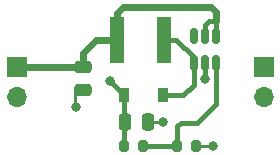
<source format=gtl>
%TF.GenerationSoftware,KiCad,Pcbnew,6.0.5-a6ca702e91~116~ubuntu20.04.1*%
%TF.CreationDate,2022-06-08T10:32:40+02:00*%
%TF.ProjectId,mini-pcb-3-to-5V-booster,6d696e69-2d70-4636-922d-332d746f2d35,rev?*%
%TF.SameCoordinates,Original*%
%TF.FileFunction,Copper,L1,Top*%
%TF.FilePolarity,Positive*%
%FSLAX46Y46*%
G04 Gerber Fmt 4.6, Leading zero omitted, Abs format (unit mm)*
G04 Created by KiCad (PCBNEW 6.0.5-a6ca702e91~116~ubuntu20.04.1) date 2022-06-08 10:32:40*
%MOMM*%
%LPD*%
G01*
G04 APERTURE LIST*
G04 Aperture macros list*
%AMRoundRect*
0 Rectangle with rounded corners*
0 $1 Rounding radius*
0 $2 $3 $4 $5 $6 $7 $8 $9 X,Y pos of 4 corners*
0 Add a 4 corners polygon primitive as box body*
4,1,4,$2,$3,$4,$5,$6,$7,$8,$9,$2,$3,0*
0 Add four circle primitives for the rounded corners*
1,1,$1+$1,$2,$3*
1,1,$1+$1,$4,$5*
1,1,$1+$1,$6,$7*
1,1,$1+$1,$8,$9*
0 Add four rect primitives between the rounded corners*
20,1,$1+$1,$2,$3,$4,$5,0*
20,1,$1+$1,$4,$5,$6,$7,0*
20,1,$1+$1,$6,$7,$8,$9,0*
20,1,$1+$1,$8,$9,$2,$3,0*%
G04 Aperture macros list end*
%TA.AperFunction,SMDPad,CuDef*%
%ADD10R,1.257300X4.013200*%
%TD*%
%TA.AperFunction,SMDPad,CuDef*%
%ADD11RoundRect,0.250000X-0.250000X-0.475000X0.250000X-0.475000X0.250000X0.475000X-0.250000X0.475000X0*%
%TD*%
%TA.AperFunction,SMDPad,CuDef*%
%ADD12RoundRect,0.200000X-0.200000X-0.275000X0.200000X-0.275000X0.200000X0.275000X-0.200000X0.275000X0*%
%TD*%
%TA.AperFunction,SMDPad,CuDef*%
%ADD13RoundRect,0.250000X-0.475000X0.250000X-0.475000X-0.250000X0.475000X-0.250000X0.475000X0.250000X0*%
%TD*%
%TA.AperFunction,ComponentPad*%
%ADD14R,1.700000X1.700000*%
%TD*%
%TA.AperFunction,ComponentPad*%
%ADD15O,1.700000X1.700000*%
%TD*%
%TA.AperFunction,SMDPad,CuDef*%
%ADD16R,0.900000X1.200000*%
%TD*%
%TA.AperFunction,SMDPad,CuDef*%
%ADD17RoundRect,0.150000X0.150000X-0.512500X0.150000X0.512500X-0.150000X0.512500X-0.150000X-0.512500X0*%
%TD*%
%TA.AperFunction,ViaPad*%
%ADD18C,0.800000*%
%TD*%
%TA.AperFunction,Conductor*%
%ADD19C,0.400000*%
%TD*%
%TA.AperFunction,Conductor*%
%ADD20C,0.600000*%
%TD*%
%TA.AperFunction,Conductor*%
%ADD21C,0.250000*%
%TD*%
G04 APERTURE END LIST*
D10*
%TO.P,L1,1,1*%
%TO.N,BAT+*%
X102775150Y-69475000D03*
%TO.P,L1,2,2*%
%TO.N,Net-(D1-Pad2)*%
X106724850Y-69475000D03*
%TD*%
D11*
%TO.P,C2,1*%
%TO.N,VBUS*%
X103450000Y-76450000D03*
%TO.P,C2,2*%
%TO.N,GND*%
X105350000Y-76450000D03*
%TD*%
D12*
%TO.P,R1,1*%
%TO.N,VBUS*%
X103355000Y-78450000D03*
%TO.P,R1,2*%
%TO.N,Net-(R1-Pad2)*%
X105005000Y-78450000D03*
%TD*%
D13*
%TO.P,C1,1*%
%TO.N,BAT+*%
X99875000Y-71800000D03*
%TO.P,C1,2*%
%TO.N,GND*%
X99875000Y-73700000D03*
%TD*%
D12*
%TO.P,R2,1*%
%TO.N,Net-(R1-Pad2)*%
X107825000Y-78450000D03*
%TO.P,R2,2*%
%TO.N,GND*%
X109475000Y-78450000D03*
%TD*%
D14*
%TO.P,J1,1,Pin_1*%
%TO.N,BAT+*%
X94275000Y-71825000D03*
D15*
%TO.P,J1,2,Pin_2*%
%TO.N,GND*%
X94275000Y-74365000D03*
%TD*%
D16*
%TO.P,D1,1,K*%
%TO.N,VBUS*%
X103400000Y-74150000D03*
%TO.P,D1,2,A*%
%TO.N,Net-(D1-Pad2)*%
X106700000Y-74150000D03*
%TD*%
D14*
%TO.P,J2,1,Pin_1*%
%TO.N,VBUS*%
X115175000Y-71825000D03*
D15*
%TO.P,J2,2,Pin_2*%
%TO.N,GND*%
X115175000Y-74365000D03*
%TD*%
D17*
%TO.P,U1,1,SW*%
%TO.N,Net-(D1-Pad2)*%
X109250000Y-71420000D03*
%TO.P,U1,2,GND*%
%TO.N,GND*%
X110200000Y-71420000D03*
%TO.P,U1,3,FB*%
%TO.N,Net-(R1-Pad2)*%
X111150000Y-71420000D03*
%TO.P,U1,4,EN*%
%TO.N,BAT+*%
X111150000Y-69145000D03*
%TO.P,U1,5,IN*%
X110200000Y-69145000D03*
%TO.P,U1,6,NC*%
%TO.N,unconnected-(U1-Pad6)*%
X109250000Y-69145000D03*
%TD*%
D18*
%TO.N,VBUS*%
X102200000Y-72950000D03*
%TO.N,GND*%
X110225000Y-72800000D03*
X106700000Y-76450000D03*
X99275000Y-75150000D03*
X110875000Y-78450000D03*
%TD*%
D19*
%TO.N,VBUS*%
X103400000Y-74150000D02*
X102200000Y-72950000D01*
X103355000Y-78450000D02*
X103355000Y-74195000D01*
X103355000Y-74195000D02*
X103400000Y-74150000D01*
%TO.N,Net-(D1-Pad2)*%
X109250000Y-71420000D02*
X109250000Y-73275000D01*
X109250000Y-73275000D02*
X108375000Y-74150000D01*
X108375000Y-74150000D02*
X106700000Y-74150000D01*
X109250000Y-71420000D02*
X109250000Y-70925000D01*
X109250000Y-70925000D02*
X107800000Y-69475000D01*
X107800000Y-69475000D02*
X106724850Y-69475000D01*
%TO.N,GND*%
X110200000Y-72775000D02*
X110225000Y-72800000D01*
X110200000Y-71420000D02*
X110200000Y-72775000D01*
%TO.N,Net-(R1-Pad2)*%
X111150000Y-71420000D02*
X111150000Y-74900000D01*
X111150000Y-74900000D02*
X109550000Y-76500000D01*
X109550000Y-76500000D02*
X108150000Y-76500000D01*
X108150000Y-76500000D02*
X107825000Y-76825000D01*
X107825000Y-76825000D02*
X107825000Y-78450000D01*
X105005000Y-78450000D02*
X107825000Y-78450000D01*
%TO.N,BAT+*%
X111150000Y-67900000D02*
X110525000Y-67900000D01*
X110525000Y-67900000D02*
X110200000Y-68225000D01*
X111150000Y-69145000D02*
X111150000Y-67900000D01*
D20*
X111150000Y-67900000D02*
X111150000Y-67150000D01*
D19*
X110200000Y-68225000D02*
X110200000Y-69145000D01*
D20*
X110725000Y-66725000D02*
X103250000Y-66725000D01*
X111150000Y-67150000D02*
X110725000Y-66725000D01*
X103250000Y-66725000D02*
X102775150Y-67199850D01*
X102775150Y-67199850D02*
X102775150Y-69475000D01*
X99875000Y-70575000D02*
X100975000Y-69475000D01*
X100975000Y-69475000D02*
X102775150Y-69475000D01*
X99875000Y-71800000D02*
X99875000Y-70575000D01*
X94275000Y-71825000D02*
X99850000Y-71825000D01*
D19*
X99850000Y-71825000D02*
X99875000Y-71800000D01*
D21*
%TO.N,GND*%
X109475000Y-78450000D02*
X110875000Y-78450000D01*
X99250000Y-73950000D02*
X99250000Y-75125000D01*
X105350000Y-76450000D02*
X106700000Y-76450000D01*
%TD*%
M02*

</source>
